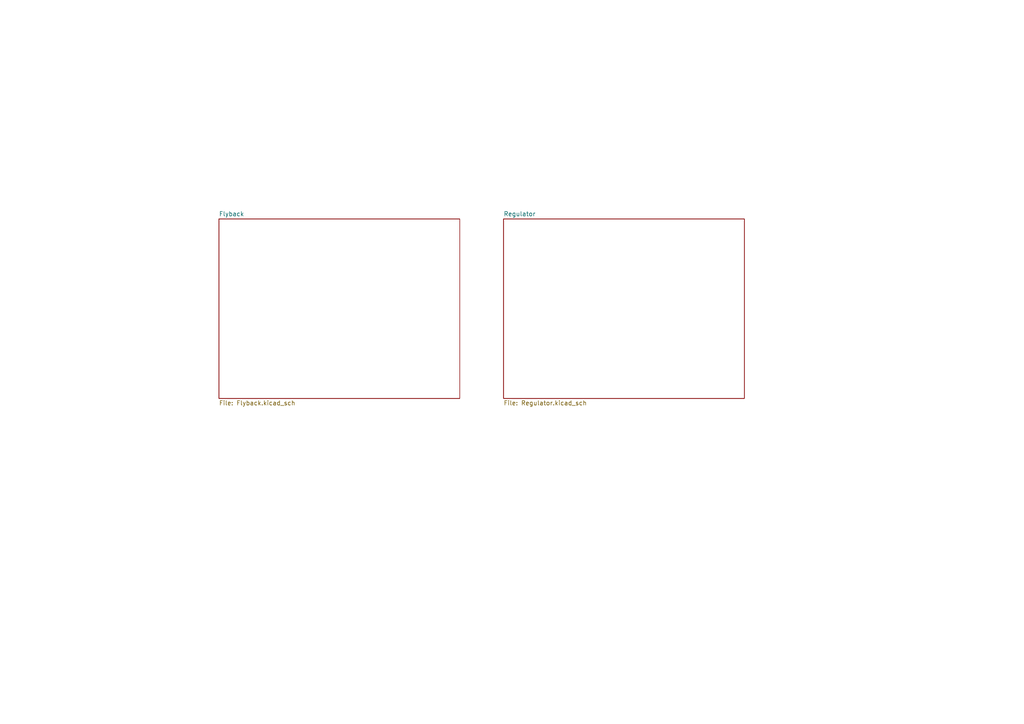
<source format=kicad_sch>
(kicad_sch
	(version 20231120)
	(generator "eeschema")
	(generator_version "8.0")
	(uuid "b6dc4b50-1aef-431e-aae5-8ba2077040d1")
	(paper "A4")
	(lib_symbols)
	(sheet
		(at 63.5 63.5)
		(size 69.85 52.07)
		(fields_autoplaced yes)
		(stroke
			(width 0.1524)
			(type solid)
		)
		(fill
			(color 0 0 0 0.0000)
		)
		(uuid "0d0ff0c8-e715-47fe-aebe-0044b1d841d2")
		(property "Sheetname" "Flyback"
			(at 63.5 62.7884 0)
			(effects
				(font
					(size 1.27 1.27)
				)
				(justify left bottom)
			)
		)
		(property "Sheetfile" "Flyback.kicad_sch"
			(at 63.5 116.1546 0)
			(effects
				(font
					(size 1.27 1.27)
				)
				(justify left top)
			)
		)
		(instances
			(project "FLYBACK_LTC1624"
				(path "/b6dc4b50-1aef-431e-aae5-8ba2077040d1"
					(page "2")
				)
			)
		)
	)
	(sheet
		(at 146.05 63.5)
		(size 69.85 52.07)
		(fields_autoplaced yes)
		(stroke
			(width 0.1524)
			(type solid)
		)
		(fill
			(color 0 0 0 0.0000)
		)
		(uuid "8b3f811c-bfa2-46bf-a28b-e8d6303082a4")
		(property "Sheetname" "Regulator"
			(at 146.05 62.7884 0)
			(effects
				(font
					(size 1.27 1.27)
				)
				(justify left bottom)
			)
		)
		(property "Sheetfile" "Regulator.kicad_sch"
			(at 146.05 116.1546 0)
			(effects
				(font
					(size 1.27 1.27)
				)
				(justify left top)
			)
		)
		(instances
			(project "FLYBACK_LTC1624"
				(path "/b6dc4b50-1aef-431e-aae5-8ba2077040d1"
					(page "3")
				)
			)
		)
	)
	(sheet_instances
		(path "/"
			(page "1")
		)
	)
)

</source>
